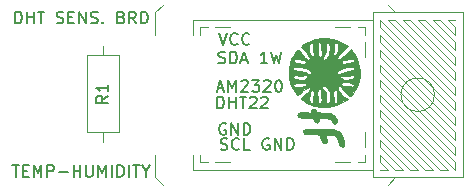
<source format=gbr>
G04 #@! TF.GenerationSoftware,KiCad,Pcbnew,5.1.5+dfsg1-2build2*
G04 #@! TF.CreationDate,2022-10-31T13:26:34+01:00*
G04 #@! TF.ProjectId,DHTBreakout,44485442-7265-4616-9b6f-75742e6b6963,rev?*
G04 #@! TF.SameCoordinates,Original*
G04 #@! TF.FileFunction,Legend,Top*
G04 #@! TF.FilePolarity,Positive*
%FSLAX46Y46*%
G04 Gerber Fmt 4.6, Leading zero omitted, Abs format (unit mm)*
G04 Created by KiCad (PCBNEW 5.1.5+dfsg1-2build2) date 2022-10-31 13:26:34*
%MOMM*%
%LPD*%
G04 APERTURE LIST*
%ADD10C,0.150000*%
%ADD11C,0.010000*%
%ADD12C,0.120000*%
G04 APERTURE END LIST*
D10*
X70564761Y-46124761D02*
X70707619Y-46172380D01*
X70945714Y-46172380D01*
X71040952Y-46124761D01*
X71088571Y-46077142D01*
X71136190Y-45981904D01*
X71136190Y-45886666D01*
X71088571Y-45791428D01*
X71040952Y-45743809D01*
X70945714Y-45696190D01*
X70755238Y-45648571D01*
X70660000Y-45600952D01*
X70612380Y-45553333D01*
X70564761Y-45458095D01*
X70564761Y-45362857D01*
X70612380Y-45267619D01*
X70660000Y-45220000D01*
X70755238Y-45172380D01*
X70993333Y-45172380D01*
X71136190Y-45220000D01*
X72136190Y-46077142D02*
X72088571Y-46124761D01*
X71945714Y-46172380D01*
X71850476Y-46172380D01*
X71707619Y-46124761D01*
X71612380Y-46029523D01*
X71564761Y-45934285D01*
X71517142Y-45743809D01*
X71517142Y-45600952D01*
X71564761Y-45410476D01*
X71612380Y-45315238D01*
X71707619Y-45220000D01*
X71850476Y-45172380D01*
X71945714Y-45172380D01*
X72088571Y-45220000D01*
X72136190Y-45267619D01*
X73040952Y-46172380D02*
X72564761Y-46172380D01*
X72564761Y-45172380D01*
X74660000Y-45220000D02*
X74564761Y-45172380D01*
X74421904Y-45172380D01*
X74279047Y-45220000D01*
X74183809Y-45315238D01*
X74136190Y-45410476D01*
X74088571Y-45600952D01*
X74088571Y-45743809D01*
X74136190Y-45934285D01*
X74183809Y-46029523D01*
X74279047Y-46124761D01*
X74421904Y-46172380D01*
X74517142Y-46172380D01*
X74660000Y-46124761D01*
X74707619Y-46077142D01*
X74707619Y-45743809D01*
X74517142Y-45743809D01*
X75136190Y-46172380D02*
X75136190Y-45172380D01*
X75707619Y-46172380D01*
X75707619Y-45172380D01*
X76183809Y-46172380D02*
X76183809Y-45172380D01*
X76421904Y-45172380D01*
X76564761Y-45220000D01*
X76660000Y-45315238D01*
X76707619Y-45410476D01*
X76755238Y-45600952D01*
X76755238Y-45743809D01*
X76707619Y-45934285D01*
X76660000Y-46029523D01*
X76564761Y-46124761D01*
X76421904Y-46172380D01*
X76183809Y-46172380D01*
X70993095Y-43950000D02*
X70897857Y-43902380D01*
X70755000Y-43902380D01*
X70612142Y-43950000D01*
X70516904Y-44045238D01*
X70469285Y-44140476D01*
X70421666Y-44330952D01*
X70421666Y-44473809D01*
X70469285Y-44664285D01*
X70516904Y-44759523D01*
X70612142Y-44854761D01*
X70755000Y-44902380D01*
X70850238Y-44902380D01*
X70993095Y-44854761D01*
X71040714Y-44807142D01*
X71040714Y-44473809D01*
X70850238Y-44473809D01*
X71469285Y-44902380D02*
X71469285Y-43902380D01*
X72040714Y-44902380D01*
X72040714Y-43902380D01*
X72516904Y-44902380D02*
X72516904Y-43902380D01*
X72755000Y-43902380D01*
X72897857Y-43950000D01*
X72993095Y-44045238D01*
X73040714Y-44140476D01*
X73088333Y-44330952D01*
X73088333Y-44473809D01*
X73040714Y-44664285D01*
X72993095Y-44759523D01*
X72897857Y-44854761D01*
X72755000Y-44902380D01*
X72516904Y-44902380D01*
X70382142Y-38804761D02*
X70525000Y-38852380D01*
X70763095Y-38852380D01*
X70858333Y-38804761D01*
X70905952Y-38757142D01*
X70953571Y-38661904D01*
X70953571Y-38566666D01*
X70905952Y-38471428D01*
X70858333Y-38423809D01*
X70763095Y-38376190D01*
X70572619Y-38328571D01*
X70477380Y-38280952D01*
X70429761Y-38233333D01*
X70382142Y-38138095D01*
X70382142Y-38042857D01*
X70429761Y-37947619D01*
X70477380Y-37900000D01*
X70572619Y-37852380D01*
X70810714Y-37852380D01*
X70953571Y-37900000D01*
X71382142Y-38852380D02*
X71382142Y-37852380D01*
X71620238Y-37852380D01*
X71763095Y-37900000D01*
X71858333Y-37995238D01*
X71905952Y-38090476D01*
X71953571Y-38280952D01*
X71953571Y-38423809D01*
X71905952Y-38614285D01*
X71858333Y-38709523D01*
X71763095Y-38804761D01*
X71620238Y-38852380D01*
X71382142Y-38852380D01*
X72334523Y-38566666D02*
X72810714Y-38566666D01*
X72239285Y-38852380D02*
X72572619Y-37852380D01*
X72905952Y-38852380D01*
X74525000Y-38852380D02*
X73953571Y-38852380D01*
X74239285Y-38852380D02*
X74239285Y-37852380D01*
X74144047Y-37995238D01*
X74048809Y-38090476D01*
X73953571Y-38138095D01*
X74858333Y-37852380D02*
X75096428Y-38852380D01*
X75286904Y-38138095D01*
X75477380Y-38852380D01*
X75715476Y-37852380D01*
X70421666Y-36282380D02*
X70755000Y-37282380D01*
X71088333Y-36282380D01*
X71993095Y-37187142D02*
X71945476Y-37234761D01*
X71802619Y-37282380D01*
X71707380Y-37282380D01*
X71564523Y-37234761D01*
X71469285Y-37139523D01*
X71421666Y-37044285D01*
X71374047Y-36853809D01*
X71374047Y-36710952D01*
X71421666Y-36520476D01*
X71469285Y-36425238D01*
X71564523Y-36330000D01*
X71707380Y-36282380D01*
X71802619Y-36282380D01*
X71945476Y-36330000D01*
X71993095Y-36377619D01*
X72993095Y-37187142D02*
X72945476Y-37234761D01*
X72802619Y-37282380D01*
X72707380Y-37282380D01*
X72564523Y-37234761D01*
X72469285Y-37139523D01*
X72421666Y-37044285D01*
X72374047Y-36853809D01*
X72374047Y-36710952D01*
X72421666Y-36520476D01*
X72469285Y-36425238D01*
X72564523Y-36330000D01*
X72707380Y-36282380D01*
X72802619Y-36282380D01*
X72945476Y-36330000D01*
X72993095Y-36377619D01*
X52916666Y-47452380D02*
X53488095Y-47452380D01*
X53202380Y-48452380D02*
X53202380Y-47452380D01*
X53821428Y-47928571D02*
X54154761Y-47928571D01*
X54297619Y-48452380D02*
X53821428Y-48452380D01*
X53821428Y-47452380D01*
X54297619Y-47452380D01*
X54726190Y-48452380D02*
X54726190Y-47452380D01*
X55059523Y-48166666D01*
X55392857Y-47452380D01*
X55392857Y-48452380D01*
X55869047Y-48452380D02*
X55869047Y-47452380D01*
X56249999Y-47452380D01*
X56345238Y-47500000D01*
X56392857Y-47547619D01*
X56440476Y-47642857D01*
X56440476Y-47785714D01*
X56392857Y-47880952D01*
X56345238Y-47928571D01*
X56249999Y-47976190D01*
X55869047Y-47976190D01*
X56869047Y-48071428D02*
X57630952Y-48071428D01*
X58107142Y-48452380D02*
X58107142Y-47452380D01*
X58107142Y-47928571D02*
X58678571Y-47928571D01*
X58678571Y-48452380D02*
X58678571Y-47452380D01*
X59154761Y-47452380D02*
X59154761Y-48261904D01*
X59202380Y-48357142D01*
X59249999Y-48404761D01*
X59345238Y-48452380D01*
X59535714Y-48452380D01*
X59630952Y-48404761D01*
X59678571Y-48357142D01*
X59726190Y-48261904D01*
X59726190Y-47452380D01*
X60202380Y-48452380D02*
X60202380Y-47452380D01*
X60535714Y-48166666D01*
X60869047Y-47452380D01*
X60869047Y-48452380D01*
X61345238Y-48452380D02*
X61345238Y-47452380D01*
X61821428Y-48452380D02*
X61821428Y-47452380D01*
X62059523Y-47452380D01*
X62202380Y-47500000D01*
X62297619Y-47595238D01*
X62345238Y-47690476D01*
X62392857Y-47880952D01*
X62392857Y-48023809D01*
X62345238Y-48214285D01*
X62297619Y-48309523D01*
X62202380Y-48404761D01*
X62059523Y-48452380D01*
X61821428Y-48452380D01*
X62821428Y-48452380D02*
X62821428Y-47452380D01*
X63154761Y-47452380D02*
X63726190Y-47452380D01*
X63440476Y-48452380D02*
X63440476Y-47452380D01*
X64249999Y-47976190D02*
X64249999Y-48452380D01*
X63916666Y-47452380D02*
X64249999Y-47976190D01*
X64583333Y-47452380D01*
X53154761Y-35452380D02*
X53154761Y-34452380D01*
X53392857Y-34452380D01*
X53535714Y-34500000D01*
X53630952Y-34595238D01*
X53678571Y-34690476D01*
X53726190Y-34880952D01*
X53726190Y-35023809D01*
X53678571Y-35214285D01*
X53630952Y-35309523D01*
X53535714Y-35404761D01*
X53392857Y-35452380D01*
X53154761Y-35452380D01*
X54154761Y-35452380D02*
X54154761Y-34452380D01*
X54154761Y-34928571D02*
X54726190Y-34928571D01*
X54726190Y-35452380D02*
X54726190Y-34452380D01*
X55059523Y-34452380D02*
X55630952Y-34452380D01*
X55345238Y-35452380D02*
X55345238Y-34452380D01*
X56678571Y-35404761D02*
X56821428Y-35452380D01*
X57059523Y-35452380D01*
X57154761Y-35404761D01*
X57202380Y-35357142D01*
X57250000Y-35261904D01*
X57250000Y-35166666D01*
X57202380Y-35071428D01*
X57154761Y-35023809D01*
X57059523Y-34976190D01*
X56869047Y-34928571D01*
X56773809Y-34880952D01*
X56726190Y-34833333D01*
X56678571Y-34738095D01*
X56678571Y-34642857D01*
X56726190Y-34547619D01*
X56773809Y-34500000D01*
X56869047Y-34452380D01*
X57107142Y-34452380D01*
X57250000Y-34500000D01*
X57678571Y-34928571D02*
X58011904Y-34928571D01*
X58154761Y-35452380D02*
X57678571Y-35452380D01*
X57678571Y-34452380D01*
X58154761Y-34452380D01*
X58583333Y-35452380D02*
X58583333Y-34452380D01*
X59154761Y-35452380D01*
X59154761Y-34452380D01*
X59583333Y-35404761D02*
X59726190Y-35452380D01*
X59964285Y-35452380D01*
X60059523Y-35404761D01*
X60107142Y-35357142D01*
X60154761Y-35261904D01*
X60154761Y-35166666D01*
X60107142Y-35071428D01*
X60059523Y-35023809D01*
X59964285Y-34976190D01*
X59773809Y-34928571D01*
X59678571Y-34880952D01*
X59630952Y-34833333D01*
X59583333Y-34738095D01*
X59583333Y-34642857D01*
X59630952Y-34547619D01*
X59678571Y-34500000D01*
X59773809Y-34452380D01*
X60011904Y-34452380D01*
X60154761Y-34500000D01*
X60583333Y-35357142D02*
X60630952Y-35404761D01*
X60583333Y-35452380D01*
X60535714Y-35404761D01*
X60583333Y-35357142D01*
X60583333Y-35452380D01*
X62154761Y-34928571D02*
X62297619Y-34976190D01*
X62345238Y-35023809D01*
X62392857Y-35119047D01*
X62392857Y-35261904D01*
X62345238Y-35357142D01*
X62297619Y-35404761D01*
X62202380Y-35452380D01*
X61821428Y-35452380D01*
X61821428Y-34452380D01*
X62154761Y-34452380D01*
X62250000Y-34500000D01*
X62297619Y-34547619D01*
X62345238Y-34642857D01*
X62345238Y-34738095D01*
X62297619Y-34833333D01*
X62250000Y-34880952D01*
X62154761Y-34928571D01*
X61821428Y-34928571D01*
X63392857Y-35452380D02*
X63059523Y-34976190D01*
X62821428Y-35452380D02*
X62821428Y-34452380D01*
X63202380Y-34452380D01*
X63297619Y-34500000D01*
X63345238Y-34547619D01*
X63392857Y-34642857D01*
X63392857Y-34785714D01*
X63345238Y-34880952D01*
X63297619Y-34928571D01*
X63202380Y-34976190D01*
X62821428Y-34976190D01*
X63821428Y-35452380D02*
X63821428Y-34452380D01*
X64059523Y-34452380D01*
X64202380Y-34500000D01*
X64297619Y-34595238D01*
X64345238Y-34690476D01*
X64392857Y-34880952D01*
X64392857Y-35023809D01*
X64345238Y-35214285D01*
X64297619Y-35309523D01*
X64202380Y-35404761D01*
X64059523Y-35452380D01*
X63821428Y-35452380D01*
D11*
G36*
X81039767Y-45799080D02*
G01*
X80980237Y-45872892D01*
X80870954Y-45900922D01*
X80836491Y-45901945D01*
X80749489Y-45879769D01*
X80672122Y-45804698D01*
X80595976Y-45663919D01*
X80512635Y-45444617D01*
X80488296Y-45371774D01*
X80419061Y-45165106D01*
X80359471Y-45032070D01*
X80286788Y-44955508D01*
X80178273Y-44918261D01*
X80011187Y-44903172D01*
X79859214Y-44897072D01*
X79424101Y-44880244D01*
X79495946Y-45083871D01*
X79557092Y-45318877D01*
X79550549Y-45485366D01*
X79476333Y-45583283D01*
X79347164Y-45612761D01*
X79261335Y-45598510D01*
X79194735Y-45544056D01*
X79134370Y-45431846D01*
X79067244Y-45244327D01*
X79061717Y-45227182D01*
X79007000Y-45071335D01*
X78955685Y-44949269D01*
X78928945Y-44901850D01*
X78867611Y-44873132D01*
X78731884Y-44854047D01*
X78513903Y-44843856D01*
X78288101Y-44841604D01*
X78024697Y-44839167D01*
X77841158Y-44830615D01*
X77721050Y-44814087D01*
X77647935Y-44787723D01*
X77619240Y-44765865D01*
X77550930Y-44644343D01*
X77565509Y-44520179D01*
X77617883Y-44454294D01*
X77687808Y-44436027D01*
X77838290Y-44421671D01*
X78053575Y-44411158D01*
X78317908Y-44404422D01*
X78615534Y-44401393D01*
X78930699Y-44402005D01*
X79247647Y-44406189D01*
X79550623Y-44413877D01*
X79823874Y-44425003D01*
X80051643Y-44439498D01*
X80218176Y-44457294D01*
X80265821Y-44465683D01*
X80479237Y-44538222D01*
X80648698Y-44662559D01*
X80786604Y-44852387D01*
X80905355Y-45121400D01*
X80933708Y-45203248D01*
X81015115Y-45474227D01*
X81050930Y-45669514D01*
X81039767Y-45799080D01*
G37*
X81039767Y-45799080D02*
X80980237Y-45872892D01*
X80870954Y-45900922D01*
X80836491Y-45901945D01*
X80749489Y-45879769D01*
X80672122Y-45804698D01*
X80595976Y-45663919D01*
X80512635Y-45444617D01*
X80488296Y-45371774D01*
X80419061Y-45165106D01*
X80359471Y-45032070D01*
X80286788Y-44955508D01*
X80178273Y-44918261D01*
X80011187Y-44903172D01*
X79859214Y-44897072D01*
X79424101Y-44880244D01*
X79495946Y-45083871D01*
X79557092Y-45318877D01*
X79550549Y-45485366D01*
X79476333Y-45583283D01*
X79347164Y-45612761D01*
X79261335Y-45598510D01*
X79194735Y-45544056D01*
X79134370Y-45431846D01*
X79067244Y-45244327D01*
X79061717Y-45227182D01*
X79007000Y-45071335D01*
X78955685Y-44949269D01*
X78928945Y-44901850D01*
X78867611Y-44873132D01*
X78731884Y-44854047D01*
X78513903Y-44843856D01*
X78288101Y-44841604D01*
X78024697Y-44839167D01*
X77841158Y-44830615D01*
X77721050Y-44814087D01*
X77647935Y-44787723D01*
X77619240Y-44765865D01*
X77550930Y-44644343D01*
X77565509Y-44520179D01*
X77617883Y-44454294D01*
X77687808Y-44436027D01*
X77838290Y-44421671D01*
X78053575Y-44411158D01*
X78317908Y-44404422D01*
X78615534Y-44401393D01*
X78930699Y-44402005D01*
X79247647Y-44406189D01*
X79550623Y-44413877D01*
X79823874Y-44425003D01*
X80051643Y-44439498D01*
X80218176Y-44457294D01*
X80265821Y-44465683D01*
X80479237Y-44538222D01*
X80648698Y-44662559D01*
X80786604Y-44852387D01*
X80905355Y-45121400D01*
X80933708Y-45203248D01*
X81015115Y-45474227D01*
X81050930Y-45669514D01*
X81039767Y-45799080D01*
G36*
X80383574Y-43845618D02*
G01*
X80349680Y-43888344D01*
X80231682Y-43956089D01*
X80112887Y-43930322D01*
X79999999Y-43813634D01*
X79954739Y-43735751D01*
X79891474Y-43630835D01*
X79815722Y-43561144D01*
X79707424Y-43519628D01*
X79546521Y-43499236D01*
X79312955Y-43492920D01*
X79263308Y-43492736D01*
X79075323Y-43493926D01*
X78965680Y-43501769D01*
X78916335Y-43521450D01*
X78909247Y-43558155D01*
X78918222Y-43591927D01*
X78910640Y-43706180D01*
X78839758Y-43812552D01*
X78734059Y-43873708D01*
X78700237Y-43877657D01*
X78604590Y-43841308D01*
X78511524Y-43757489D01*
X78460815Y-43664044D01*
X78459251Y-43648367D01*
X78428156Y-43574520D01*
X78383512Y-43519619D01*
X78328291Y-43484947D01*
X78233922Y-43462200D01*
X78083375Y-43449310D01*
X77859621Y-43444208D01*
X77759680Y-43443881D01*
X77521023Y-43442611D01*
X77359851Y-43436638D01*
X77257266Y-43422712D01*
X77194368Y-43397583D01*
X77152259Y-43358004D01*
X77136557Y-43336762D01*
X77075890Y-43239700D01*
X77071913Y-43172659D01*
X77123280Y-43088689D01*
X77129221Y-43080544D01*
X77168880Y-43039187D01*
X77227663Y-43013357D01*
X77324940Y-43000452D01*
X77480077Y-42997873D01*
X77707589Y-43002875D01*
X78218264Y-43017783D01*
X78218264Y-42899352D01*
X78253003Y-42765554D01*
X78339780Y-42691348D01*
X78452438Y-42679959D01*
X78564817Y-42734614D01*
X78645756Y-42846637D01*
X78711767Y-42996452D01*
X79277353Y-43022511D01*
X79578910Y-43042032D01*
X79803944Y-43073007D01*
X79972202Y-43121928D01*
X80103429Y-43195287D01*
X80217369Y-43299578D01*
X80256827Y-43344600D01*
X80376689Y-43530004D01*
X80419800Y-43702059D01*
X80383574Y-43845618D01*
G37*
X80383574Y-43845618D02*
X80349680Y-43888344D01*
X80231682Y-43956089D01*
X80112887Y-43930322D01*
X79999999Y-43813634D01*
X79954739Y-43735751D01*
X79891474Y-43630835D01*
X79815722Y-43561144D01*
X79707424Y-43519628D01*
X79546521Y-43499236D01*
X79312955Y-43492920D01*
X79263308Y-43492736D01*
X79075323Y-43493926D01*
X78965680Y-43501769D01*
X78916335Y-43521450D01*
X78909247Y-43558155D01*
X78918222Y-43591927D01*
X78910640Y-43706180D01*
X78839758Y-43812552D01*
X78734059Y-43873708D01*
X78700237Y-43877657D01*
X78604590Y-43841308D01*
X78511524Y-43757489D01*
X78460815Y-43664044D01*
X78459251Y-43648367D01*
X78428156Y-43574520D01*
X78383512Y-43519619D01*
X78328291Y-43484947D01*
X78233922Y-43462200D01*
X78083375Y-43449310D01*
X77859621Y-43444208D01*
X77759680Y-43443881D01*
X77521023Y-43442611D01*
X77359851Y-43436638D01*
X77257266Y-43422712D01*
X77194368Y-43397583D01*
X77152259Y-43358004D01*
X77136557Y-43336762D01*
X77075890Y-43239700D01*
X77071913Y-43172659D01*
X77123280Y-43088689D01*
X77129221Y-43080544D01*
X77168880Y-43039187D01*
X77227663Y-43013357D01*
X77324940Y-43000452D01*
X77480077Y-42997873D01*
X77707589Y-43002875D01*
X78218264Y-43017783D01*
X78218264Y-42899352D01*
X78253003Y-42765554D01*
X78339780Y-42691348D01*
X78452438Y-42679959D01*
X78564817Y-42734614D01*
X78645756Y-42846637D01*
X78711767Y-42996452D01*
X79277353Y-43022511D01*
X79578910Y-43042032D01*
X79803944Y-43073007D01*
X79972202Y-43121928D01*
X80103429Y-43195287D01*
X80217369Y-43299578D01*
X80256827Y-43344600D01*
X80376689Y-43530004D01*
X80419800Y-43702059D01*
X80383574Y-43845618D01*
G36*
X82297450Y-40255674D02*
G01*
X82184200Y-40616477D01*
X82051744Y-40913520D01*
X81932172Y-41134991D01*
X81806197Y-41331986D01*
X81686282Y-41487943D01*
X81584890Y-41586299D01*
X81525894Y-41612382D01*
X81448965Y-41578411D01*
X81330297Y-41489138D01*
X81189615Y-41363519D01*
X81046643Y-41220509D01*
X80921103Y-41079065D01*
X80832720Y-40958144D01*
X80818131Y-40932150D01*
X80722822Y-40798464D01*
X80622243Y-40745028D01*
X80530584Y-40776126D01*
X80488197Y-40832520D01*
X80477789Y-40948131D01*
X80537194Y-41103876D01*
X80656366Y-41285898D01*
X80825261Y-41480340D01*
X81033835Y-41673347D01*
X81180485Y-41787530D01*
X81322249Y-41890382D01*
X81040622Y-42070536D01*
X80565414Y-42320329D01*
X80062032Y-42484633D01*
X79543164Y-42562644D01*
X79021501Y-42553559D01*
X78509731Y-42456574D01*
X78020544Y-42270886D01*
X78004036Y-42262795D01*
X77812256Y-42160693D01*
X77632132Y-42052355D01*
X77500035Y-41959782D01*
X77491462Y-41952738D01*
X77326613Y-41814496D01*
X77447106Y-41684830D01*
X77543713Y-41590900D01*
X77687121Y-41463043D01*
X77848391Y-41326961D01*
X77868833Y-41310271D01*
X78045900Y-41153245D01*
X78142668Y-41031600D01*
X78164076Y-40935702D01*
X78115065Y-40855917D01*
X78105889Y-40847961D01*
X78021591Y-40838824D01*
X77882150Y-40898354D01*
X77695049Y-41021942D01*
X77467776Y-41204977D01*
X77336745Y-41321621D01*
X77196154Y-41448067D01*
X77107377Y-41516839D01*
X77052222Y-41536528D01*
X77012497Y-41515726D01*
X76987765Y-41486428D01*
X76687005Y-41019971D01*
X76477662Y-40538248D01*
X76410890Y-40331274D01*
X76369582Y-40153139D01*
X76348045Y-39966466D01*
X76340581Y-39733874D01*
X76340239Y-39636290D01*
X76345012Y-39373605D01*
X76362663Y-39168809D01*
X76398878Y-38983665D01*
X76459342Y-38779937D01*
X76474177Y-38735567D01*
X76549054Y-38545590D01*
X76647423Y-38339264D01*
X76758147Y-38135250D01*
X76870093Y-37952211D01*
X76878783Y-37939998D01*
X76878783Y-38450823D01*
X76776260Y-38479421D01*
X76733798Y-38548240D01*
X76733394Y-38613017D01*
X76746891Y-38673404D01*
X76782769Y-38716203D01*
X76859756Y-38750051D01*
X76982692Y-38780179D01*
X76982692Y-39125884D01*
X76825102Y-39146411D01*
X76732780Y-39190911D01*
X76725932Y-39199917D01*
X76695312Y-39297885D01*
X76744954Y-39370693D01*
X76879531Y-39421172D01*
X77103715Y-39452153D01*
X77147755Y-39455458D01*
X77400951Y-39488603D01*
X77632377Y-39547602D01*
X77754168Y-39597816D01*
X77754168Y-39785913D01*
X77660344Y-39833945D01*
X77648087Y-39841129D01*
X77497440Y-39905361D01*
X77328783Y-39921215D01*
X77113305Y-39890019D01*
X77027485Y-39869745D01*
X76887977Y-39839882D01*
X76808288Y-39843113D01*
X76756583Y-39882676D01*
X76744367Y-39898529D01*
X76702294Y-39999307D01*
X76743184Y-40082336D01*
X76872339Y-40154209D01*
X76978892Y-40190181D01*
X77290137Y-40253781D01*
X77547100Y-40244835D01*
X77633582Y-40209655D01*
X77633582Y-40490897D01*
X77531444Y-40499294D01*
X77365971Y-40511280D01*
X77170038Y-40524491D01*
X77136923Y-40526633D01*
X76941230Y-40546001D01*
X76795378Y-40573788D01*
X76721406Y-40605641D01*
X76718559Y-40609278D01*
X76707641Y-40704306D01*
X76772215Y-40795678D01*
X76893565Y-40859331D01*
X76917887Y-40865532D01*
X77052867Y-40875412D01*
X77232255Y-40863350D01*
X77426265Y-40834556D01*
X77605110Y-40794241D01*
X77739004Y-40747614D01*
X77791083Y-40712785D01*
X77822244Y-40618303D01*
X77778606Y-40535063D01*
X77680244Y-40491350D01*
X77633582Y-40490897D01*
X77633582Y-40209655D01*
X77745796Y-40164006D01*
X77863504Y-40042960D01*
X77904117Y-39952309D01*
X77874702Y-39870668D01*
X77860238Y-39850171D01*
X77808064Y-39790779D01*
X77754168Y-39785913D01*
X77754168Y-39597816D01*
X77818932Y-39624518D01*
X77937513Y-39711416D01*
X77952753Y-39731996D01*
X78019553Y-39769848D01*
X78100615Y-39780882D01*
X78191130Y-39759605D01*
X78218040Y-39678059D01*
X78218264Y-39663832D01*
X78191644Y-39547039D01*
X78103580Y-39441276D01*
X77941766Y-39334993D01*
X77785270Y-39257421D01*
X77606839Y-39195098D01*
X77397584Y-39151532D01*
X77181528Y-39128026D01*
X76982692Y-39125884D01*
X76982692Y-38780179D01*
X76996579Y-38783583D01*
X77181701Y-38819754D01*
X77414179Y-38860619D01*
X77570406Y-38878433D01*
X77668000Y-38872073D01*
X77724576Y-38840412D01*
X77757494Y-38783001D01*
X77764906Y-38703589D01*
X77711848Y-38638366D01*
X77587493Y-38580741D01*
X77381016Y-38524125D01*
X77303861Y-38506874D01*
X77051329Y-38460592D01*
X76878783Y-38450823D01*
X76878783Y-37939998D01*
X76972123Y-37808810D01*
X77053104Y-37723709D01*
X77087055Y-37708397D01*
X77147188Y-37742668D01*
X77250890Y-37833496D01*
X77380601Y-37962902D01*
X77518765Y-38112908D01*
X77647823Y-38265535D01*
X77710728Y-38347012D01*
X77836597Y-38480125D01*
X77951328Y-38527727D01*
X77953742Y-38527752D01*
X78060266Y-38498831D01*
X78093442Y-38415728D01*
X78055629Y-38283936D01*
X77949186Y-38108943D01*
X77776470Y-37896241D01*
X77604816Y-37715228D01*
X77345093Y-37455505D01*
X77455913Y-37337543D01*
X77572825Y-37244717D01*
X77756530Y-37134413D01*
X77982084Y-37018750D01*
X78224541Y-36909850D01*
X78386955Y-36847482D01*
X78386955Y-37105930D01*
X78242363Y-37105930D01*
X78147741Y-37115830D01*
X78098694Y-37163677D01*
X78070436Y-37276691D01*
X78066815Y-37298719D01*
X78051029Y-37462586D01*
X78052768Y-37612566D01*
X78054765Y-37630076D01*
X78069501Y-37790070D01*
X78073672Y-37907211D01*
X78104517Y-38051169D01*
X78182501Y-38157060D01*
X78251070Y-38188292D01*
X78251070Y-41128035D01*
X78217538Y-41142457D01*
X78202351Y-41190778D01*
X78165075Y-41297785D01*
X78147358Y-41347296D01*
X78101755Y-41525830D01*
X78078526Y-41727209D01*
X78077581Y-41923246D01*
X78098833Y-42085751D01*
X78142193Y-42186535D01*
X78150008Y-42194103D01*
X78247659Y-42231681D01*
X78327934Y-42188920D01*
X78372199Y-42081865D01*
X78374401Y-42000885D01*
X78378793Y-41873424D01*
X78402835Y-41695003D01*
X78434920Y-41533558D01*
X78468234Y-41367399D01*
X78484599Y-41237904D01*
X78480777Y-41174443D01*
X78428139Y-41148165D01*
X78336366Y-41130849D01*
X78251070Y-41128035D01*
X78251070Y-38188292D01*
X78285793Y-38204109D01*
X78368192Y-38187515D01*
X78436916Y-38128346D01*
X78437793Y-38038392D01*
X78428807Y-38005670D01*
X78409924Y-37896086D01*
X78395658Y-37724263D01*
X78388689Y-37524335D01*
X78388428Y-37491509D01*
X78386955Y-37105930D01*
X78386955Y-36847482D01*
X78458957Y-36819832D01*
X78626018Y-36769028D01*
X78793515Y-36740825D01*
X78793515Y-37075128D01*
X78807123Y-37639651D01*
X78815212Y-37888698D01*
X78827070Y-38058371D01*
X78845373Y-38165686D01*
X78872796Y-38227657D01*
X78904172Y-38256702D01*
X78968508Y-38274812D01*
X78968508Y-41041678D01*
X78870493Y-41047314D01*
X78803381Y-41113701D01*
X78765424Y-41248440D01*
X78754873Y-41459135D01*
X78769979Y-41753389D01*
X78779605Y-41862843D01*
X78813858Y-42078271D01*
X78867183Y-42199432D01*
X78939856Y-42226603D01*
X79032151Y-42160063D01*
X79051673Y-42137165D01*
X79101851Y-42054397D01*
X79119143Y-41951842D01*
X79108270Y-41795468D01*
X79103908Y-41760687D01*
X79082608Y-41560513D01*
X79068275Y-41357942D01*
X79065334Y-41275857D01*
X79054450Y-41135349D01*
X79020940Y-41065004D01*
X78968508Y-41041678D01*
X78968508Y-38274812D01*
X78989634Y-38280760D01*
X79067047Y-38229796D01*
X79101749Y-38183285D01*
X79121370Y-38116158D01*
X79127098Y-38009102D01*
X79120123Y-37842802D01*
X79104099Y-37628146D01*
X79061717Y-37105930D01*
X78793515Y-37075128D01*
X78793515Y-36740825D01*
X78919430Y-36719623D01*
X79264620Y-36700191D01*
X79603860Y-36710140D01*
X79603860Y-37090539D01*
X79548636Y-37105411D01*
X79516042Y-37144569D01*
X79499961Y-37229044D01*
X79494273Y-37379868D01*
X79493502Y-37469891D01*
X79487015Y-37675243D01*
X79463626Y-37824922D01*
X79413392Y-37959398D01*
X79339572Y-38096457D01*
X79244434Y-38268274D01*
X79197567Y-38380157D01*
X79194529Y-38452875D01*
X79230877Y-38507198D01*
X79248398Y-38522682D01*
X79272114Y-38530902D01*
X79272114Y-40712205D01*
X79210908Y-40741013D01*
X79143552Y-40827138D01*
X79157650Y-40919268D01*
X79256028Y-41034794D01*
X79259086Y-41037661D01*
X79399837Y-41193573D01*
X79480121Y-41355423D01*
X79509377Y-41552411D01*
X79499963Y-41782934D01*
X79491351Y-42012661D01*
X79516821Y-42156941D01*
X79578761Y-42221362D01*
X79679559Y-42211510D01*
X79682590Y-42210364D01*
X79754173Y-42147793D01*
X79801456Y-42018345D01*
X79826802Y-41812111D01*
X79832875Y-41580385D01*
X79828032Y-41386878D01*
X79806991Y-41252578D01*
X79759980Y-41140513D01*
X79686643Y-41027043D01*
X79533889Y-40842442D01*
X79393048Y-40735894D01*
X79272114Y-40712205D01*
X79272114Y-38530902D01*
X79345924Y-38556487D01*
X79452623Y-38499947D01*
X79572519Y-38350868D01*
X79577361Y-38343394D01*
X79702866Y-38128029D01*
X79774479Y-37942097D01*
X79804941Y-37745378D01*
X79808776Y-37612872D01*
X79794865Y-37354757D01*
X79752137Y-37185284D01*
X79679102Y-37100658D01*
X79603860Y-37090539D01*
X79603860Y-36710140D01*
X79621773Y-36710666D01*
X79951071Y-36750984D01*
X80049032Y-36771342D01*
X80296122Y-36845546D01*
X80316041Y-36853381D01*
X80316041Y-37081831D01*
X80241369Y-37088774D01*
X80200944Y-37124002D01*
X80186000Y-37209114D01*
X80187769Y-37365710D01*
X80188872Y-37395114D01*
X80178182Y-37566841D01*
X80142363Y-37756548D01*
X80128748Y-37804791D01*
X80092216Y-37983293D01*
X80118177Y-38092775D01*
X80208891Y-38139471D01*
X80238180Y-38141354D01*
X80238180Y-41092604D01*
X80168234Y-41132086D01*
X80127975Y-41180112D01*
X80106365Y-41255003D01*
X80100795Y-41378597D01*
X80108655Y-41572734D01*
X80110951Y-41611265D01*
X80126226Y-41809474D01*
X80144859Y-41976843D01*
X80163520Y-42085146D01*
X80168937Y-42102678D01*
X80242337Y-42192402D01*
X80341250Y-42217420D01*
X80416062Y-42180471D01*
X80445842Y-42098104D01*
X80458598Y-41949086D01*
X80456425Y-41759648D01*
X80441415Y-41556016D01*
X80415664Y-41364421D01*
X80381265Y-41211091D01*
X80340311Y-41122254D01*
X80330938Y-41114161D01*
X80238180Y-41092604D01*
X80238180Y-38141354D01*
X80250913Y-38142173D01*
X80338614Y-38096040D01*
X80416142Y-37965683D01*
X80477922Y-37763161D01*
X80508940Y-37583943D01*
X80517276Y-37353081D01*
X80476369Y-37188157D01*
X80389361Y-37097345D01*
X80316041Y-37081831D01*
X80316041Y-36853381D01*
X80569236Y-36952979D01*
X80835917Y-37078733D01*
X81063709Y-37207897D01*
X81181862Y-37291719D01*
X81325916Y-37409217D01*
X80880629Y-37854504D01*
X80666721Y-38076121D01*
X80525030Y-38242955D01*
X80452785Y-38360796D01*
X80447218Y-38435433D01*
X80505558Y-38472657D01*
X80581648Y-38479554D01*
X80656659Y-38467890D01*
X80740780Y-38425619D01*
X80848441Y-38341826D01*
X80994074Y-38205592D01*
X81147967Y-38051157D01*
X81567979Y-37622760D01*
X81722027Y-37823558D01*
X81752613Y-37870051D01*
X81752613Y-38461459D01*
X81637416Y-38461608D01*
X81453420Y-38486345D01*
X81345820Y-38505301D01*
X81153750Y-38541753D01*
X80995160Y-38573817D01*
X80896345Y-38596108D01*
X80881167Y-38600459D01*
X80834562Y-38658850D01*
X80822894Y-38757369D01*
X80846369Y-38846889D01*
X80880009Y-38876796D01*
X80963314Y-38880181D01*
X81111178Y-38865951D01*
X81295143Y-38839068D01*
X81486752Y-38804495D01*
X81489450Y-38803906D01*
X81489450Y-39123483D01*
X81263622Y-39159029D01*
X81014716Y-39224085D01*
X80773060Y-39309533D01*
X80568984Y-39406255D01*
X80445963Y-39492148D01*
X80375627Y-39598011D01*
X80384464Y-39693597D01*
X80452084Y-39747292D01*
X80521273Y-39740709D01*
X80653608Y-39703561D01*
X80823649Y-39643286D01*
X80870084Y-39625069D01*
X81095107Y-39548134D01*
X81333553Y-39487209D01*
X81530648Y-39455640D01*
X81706070Y-39434680D01*
X81738766Y-39424600D01*
X81738766Y-39854399D01*
X81555209Y-39861962D01*
X81475277Y-39876511D01*
X81267469Y-39903460D01*
X81058105Y-39905512D01*
X80985580Y-39898252D01*
X80829140Y-39885014D01*
X80743653Y-39906378D01*
X80722560Y-39928655D01*
X80708223Y-40028558D01*
X80777018Y-40123705D01*
X80916216Y-40199213D01*
X80967620Y-40215226D01*
X81107125Y-40234752D01*
X81107125Y-40419845D01*
X80917794Y-40436274D01*
X80809720Y-40494440D01*
X80779659Y-40595255D01*
X80781481Y-40612753D01*
X80797989Y-40667554D01*
X80842031Y-40703699D01*
X80933756Y-40728499D01*
X81093314Y-40749267D01*
X81182401Y-40758255D01*
X81380595Y-40777489D01*
X81553863Y-40794210D01*
X81669688Y-40805280D01*
X81682159Y-40806452D01*
X81796041Y-40781733D01*
X81850033Y-40733684D01*
X81872145Y-40638297D01*
X81803749Y-40559124D01*
X81643197Y-40495149D01*
X81388840Y-40445356D01*
X81380955Y-40444241D01*
X81107125Y-40419845D01*
X81107125Y-40234752D01*
X81139814Y-40239328D01*
X81335092Y-40232933D01*
X81530130Y-40201485D01*
X81701604Y-40150427D01*
X81826189Y-40085203D01*
X81880563Y-40011258D01*
X81881262Y-40001976D01*
X81846242Y-39900697D01*
X81738766Y-39854399D01*
X81738766Y-39424600D01*
X81806587Y-39403689D01*
X81853657Y-39355180D01*
X81859091Y-39341034D01*
X81868515Y-39236754D01*
X81807386Y-39169918D01*
X81663079Y-39126796D01*
X81661869Y-39126568D01*
X81489450Y-39123483D01*
X81489450Y-38803906D01*
X81657550Y-38767196D01*
X81779080Y-38732133D01*
X81817749Y-38713251D01*
X81877513Y-38615712D01*
X81844792Y-38514118D01*
X81815745Y-38485180D01*
X81752613Y-38461459D01*
X81752613Y-37870051D01*
X82007500Y-38257499D01*
X82203635Y-38704932D01*
X82317360Y-39184297D01*
X82348734Y-39491698D01*
X82349784Y-39892765D01*
X82297450Y-40255674D01*
G37*
X82297450Y-40255674D02*
X82184200Y-40616477D01*
X82051744Y-40913520D01*
X81932172Y-41134991D01*
X81806197Y-41331986D01*
X81686282Y-41487943D01*
X81584890Y-41586299D01*
X81525894Y-41612382D01*
X81448965Y-41578411D01*
X81330297Y-41489138D01*
X81189615Y-41363519D01*
X81046643Y-41220509D01*
X80921103Y-41079065D01*
X80832720Y-40958144D01*
X80818131Y-40932150D01*
X80722822Y-40798464D01*
X80622243Y-40745028D01*
X80530584Y-40776126D01*
X80488197Y-40832520D01*
X80477789Y-40948131D01*
X80537194Y-41103876D01*
X80656366Y-41285898D01*
X80825261Y-41480340D01*
X81033835Y-41673347D01*
X81180485Y-41787530D01*
X81322249Y-41890382D01*
X81040622Y-42070536D01*
X80565414Y-42320329D01*
X80062032Y-42484633D01*
X79543164Y-42562644D01*
X79021501Y-42553559D01*
X78509731Y-42456574D01*
X78020544Y-42270886D01*
X78004036Y-42262795D01*
X77812256Y-42160693D01*
X77632132Y-42052355D01*
X77500035Y-41959782D01*
X77491462Y-41952738D01*
X77326613Y-41814496D01*
X77447106Y-41684830D01*
X77543713Y-41590900D01*
X77687121Y-41463043D01*
X77848391Y-41326961D01*
X77868833Y-41310271D01*
X78045900Y-41153245D01*
X78142668Y-41031600D01*
X78164076Y-40935702D01*
X78115065Y-40855917D01*
X78105889Y-40847961D01*
X78021591Y-40838824D01*
X77882150Y-40898354D01*
X77695049Y-41021942D01*
X77467776Y-41204977D01*
X77336745Y-41321621D01*
X77196154Y-41448067D01*
X77107377Y-41516839D01*
X77052222Y-41536528D01*
X77012497Y-41515726D01*
X76987765Y-41486428D01*
X76687005Y-41019971D01*
X76477662Y-40538248D01*
X76410890Y-40331274D01*
X76369582Y-40153139D01*
X76348045Y-39966466D01*
X76340581Y-39733874D01*
X76340239Y-39636290D01*
X76345012Y-39373605D01*
X76362663Y-39168809D01*
X76398878Y-38983665D01*
X76459342Y-38779937D01*
X76474177Y-38735567D01*
X76549054Y-38545590D01*
X76647423Y-38339264D01*
X76758147Y-38135250D01*
X76870093Y-37952211D01*
X76878783Y-37939998D01*
X76878783Y-38450823D01*
X76776260Y-38479421D01*
X76733798Y-38548240D01*
X76733394Y-38613017D01*
X76746891Y-38673404D01*
X76782769Y-38716203D01*
X76859756Y-38750051D01*
X76982692Y-38780179D01*
X76982692Y-39125884D01*
X76825102Y-39146411D01*
X76732780Y-39190911D01*
X76725932Y-39199917D01*
X76695312Y-39297885D01*
X76744954Y-39370693D01*
X76879531Y-39421172D01*
X77103715Y-39452153D01*
X77147755Y-39455458D01*
X77400951Y-39488603D01*
X77632377Y-39547602D01*
X77754168Y-39597816D01*
X77754168Y-39785913D01*
X77660344Y-39833945D01*
X77648087Y-39841129D01*
X77497440Y-39905361D01*
X77328783Y-39921215D01*
X77113305Y-39890019D01*
X77027485Y-39869745D01*
X76887977Y-39839882D01*
X76808288Y-39843113D01*
X76756583Y-39882676D01*
X76744367Y-39898529D01*
X76702294Y-39999307D01*
X76743184Y-40082336D01*
X76872339Y-40154209D01*
X76978892Y-40190181D01*
X77290137Y-40253781D01*
X77547100Y-40244835D01*
X77633582Y-40209655D01*
X77633582Y-40490897D01*
X77531444Y-40499294D01*
X77365971Y-40511280D01*
X77170038Y-40524491D01*
X77136923Y-40526633D01*
X76941230Y-40546001D01*
X76795378Y-40573788D01*
X76721406Y-40605641D01*
X76718559Y-40609278D01*
X76707641Y-40704306D01*
X76772215Y-40795678D01*
X76893565Y-40859331D01*
X76917887Y-40865532D01*
X77052867Y-40875412D01*
X77232255Y-40863350D01*
X77426265Y-40834556D01*
X77605110Y-40794241D01*
X77739004Y-40747614D01*
X77791083Y-40712785D01*
X77822244Y-40618303D01*
X77778606Y-40535063D01*
X77680244Y-40491350D01*
X77633582Y-40490897D01*
X77633582Y-40209655D01*
X77745796Y-40164006D01*
X77863504Y-40042960D01*
X77904117Y-39952309D01*
X77874702Y-39870668D01*
X77860238Y-39850171D01*
X77808064Y-39790779D01*
X77754168Y-39785913D01*
X77754168Y-39597816D01*
X77818932Y-39624518D01*
X77937513Y-39711416D01*
X77952753Y-39731996D01*
X78019553Y-39769848D01*
X78100615Y-39780882D01*
X78191130Y-39759605D01*
X78218040Y-39678059D01*
X78218264Y-39663832D01*
X78191644Y-39547039D01*
X78103580Y-39441276D01*
X77941766Y-39334993D01*
X77785270Y-39257421D01*
X77606839Y-39195098D01*
X77397584Y-39151532D01*
X77181528Y-39128026D01*
X76982692Y-39125884D01*
X76982692Y-38780179D01*
X76996579Y-38783583D01*
X77181701Y-38819754D01*
X77414179Y-38860619D01*
X77570406Y-38878433D01*
X77668000Y-38872073D01*
X77724576Y-38840412D01*
X77757494Y-38783001D01*
X77764906Y-38703589D01*
X77711848Y-38638366D01*
X77587493Y-38580741D01*
X77381016Y-38524125D01*
X77303861Y-38506874D01*
X77051329Y-38460592D01*
X76878783Y-38450823D01*
X76878783Y-37939998D01*
X76972123Y-37808810D01*
X77053104Y-37723709D01*
X77087055Y-37708397D01*
X77147188Y-37742668D01*
X77250890Y-37833496D01*
X77380601Y-37962902D01*
X77518765Y-38112908D01*
X77647823Y-38265535D01*
X77710728Y-38347012D01*
X77836597Y-38480125D01*
X77951328Y-38527727D01*
X77953742Y-38527752D01*
X78060266Y-38498831D01*
X78093442Y-38415728D01*
X78055629Y-38283936D01*
X77949186Y-38108943D01*
X77776470Y-37896241D01*
X77604816Y-37715228D01*
X77345093Y-37455505D01*
X77455913Y-37337543D01*
X77572825Y-37244717D01*
X77756530Y-37134413D01*
X77982084Y-37018750D01*
X78224541Y-36909850D01*
X78386955Y-36847482D01*
X78386955Y-37105930D01*
X78242363Y-37105930D01*
X78147741Y-37115830D01*
X78098694Y-37163677D01*
X78070436Y-37276691D01*
X78066815Y-37298719D01*
X78051029Y-37462586D01*
X78052768Y-37612566D01*
X78054765Y-37630076D01*
X78069501Y-37790070D01*
X78073672Y-37907211D01*
X78104517Y-38051169D01*
X78182501Y-38157060D01*
X78251070Y-38188292D01*
X78251070Y-41128035D01*
X78217538Y-41142457D01*
X78202351Y-41190778D01*
X78165075Y-41297785D01*
X78147358Y-41347296D01*
X78101755Y-41525830D01*
X78078526Y-41727209D01*
X78077581Y-41923246D01*
X78098833Y-42085751D01*
X78142193Y-42186535D01*
X78150008Y-42194103D01*
X78247659Y-42231681D01*
X78327934Y-42188920D01*
X78372199Y-42081865D01*
X78374401Y-42000885D01*
X78378793Y-41873424D01*
X78402835Y-41695003D01*
X78434920Y-41533558D01*
X78468234Y-41367399D01*
X78484599Y-41237904D01*
X78480777Y-41174443D01*
X78428139Y-41148165D01*
X78336366Y-41130849D01*
X78251070Y-41128035D01*
X78251070Y-38188292D01*
X78285793Y-38204109D01*
X78368192Y-38187515D01*
X78436916Y-38128346D01*
X78437793Y-38038392D01*
X78428807Y-38005670D01*
X78409924Y-37896086D01*
X78395658Y-37724263D01*
X78388689Y-37524335D01*
X78388428Y-37491509D01*
X78386955Y-37105930D01*
X78386955Y-36847482D01*
X78458957Y-36819832D01*
X78626018Y-36769028D01*
X78793515Y-36740825D01*
X78793515Y-37075128D01*
X78807123Y-37639651D01*
X78815212Y-37888698D01*
X78827070Y-38058371D01*
X78845373Y-38165686D01*
X78872796Y-38227657D01*
X78904172Y-38256702D01*
X78968508Y-38274812D01*
X78968508Y-41041678D01*
X78870493Y-41047314D01*
X78803381Y-41113701D01*
X78765424Y-41248440D01*
X78754873Y-41459135D01*
X78769979Y-41753389D01*
X78779605Y-41862843D01*
X78813858Y-42078271D01*
X78867183Y-42199432D01*
X78939856Y-42226603D01*
X79032151Y-42160063D01*
X79051673Y-42137165D01*
X79101851Y-42054397D01*
X79119143Y-41951842D01*
X79108270Y-41795468D01*
X79103908Y-41760687D01*
X79082608Y-41560513D01*
X79068275Y-41357942D01*
X79065334Y-41275857D01*
X79054450Y-41135349D01*
X79020940Y-41065004D01*
X78968508Y-41041678D01*
X78968508Y-38274812D01*
X78989634Y-38280760D01*
X79067047Y-38229796D01*
X79101749Y-38183285D01*
X79121370Y-38116158D01*
X79127098Y-38009102D01*
X79120123Y-37842802D01*
X79104099Y-37628146D01*
X79061717Y-37105930D01*
X78793515Y-37075128D01*
X78793515Y-36740825D01*
X78919430Y-36719623D01*
X79264620Y-36700191D01*
X79603860Y-36710140D01*
X79603860Y-37090539D01*
X79548636Y-37105411D01*
X79516042Y-37144569D01*
X79499961Y-37229044D01*
X79494273Y-37379868D01*
X79493502Y-37469891D01*
X79487015Y-37675243D01*
X79463626Y-37824922D01*
X79413392Y-37959398D01*
X79339572Y-38096457D01*
X79244434Y-38268274D01*
X79197567Y-38380157D01*
X79194529Y-38452875D01*
X79230877Y-38507198D01*
X79248398Y-38522682D01*
X79272114Y-38530902D01*
X79272114Y-40712205D01*
X79210908Y-40741013D01*
X79143552Y-40827138D01*
X79157650Y-40919268D01*
X79256028Y-41034794D01*
X79259086Y-41037661D01*
X79399837Y-41193573D01*
X79480121Y-41355423D01*
X79509377Y-41552411D01*
X79499963Y-41782934D01*
X79491351Y-42012661D01*
X79516821Y-42156941D01*
X79578761Y-42221362D01*
X79679559Y-42211510D01*
X79682590Y-42210364D01*
X79754173Y-42147793D01*
X79801456Y-42018345D01*
X79826802Y-41812111D01*
X79832875Y-41580385D01*
X79828032Y-41386878D01*
X79806991Y-41252578D01*
X79759980Y-41140513D01*
X79686643Y-41027043D01*
X79533889Y-40842442D01*
X79393048Y-40735894D01*
X79272114Y-40712205D01*
X79272114Y-38530902D01*
X79345924Y-38556487D01*
X79452623Y-38499947D01*
X79572519Y-38350868D01*
X79577361Y-38343394D01*
X79702866Y-38128029D01*
X79774479Y-37942097D01*
X79804941Y-37745378D01*
X79808776Y-37612872D01*
X79794865Y-37354757D01*
X79752137Y-37185284D01*
X79679102Y-37100658D01*
X79603860Y-37090539D01*
X79603860Y-36710140D01*
X79621773Y-36710666D01*
X79951071Y-36750984D01*
X80049032Y-36771342D01*
X80296122Y-36845546D01*
X80316041Y-36853381D01*
X80316041Y-37081831D01*
X80241369Y-37088774D01*
X80200944Y-37124002D01*
X80186000Y-37209114D01*
X80187769Y-37365710D01*
X80188872Y-37395114D01*
X80178182Y-37566841D01*
X80142363Y-37756548D01*
X80128748Y-37804791D01*
X80092216Y-37983293D01*
X80118177Y-38092775D01*
X80208891Y-38139471D01*
X80238180Y-38141354D01*
X80238180Y-41092604D01*
X80168234Y-41132086D01*
X80127975Y-41180112D01*
X80106365Y-41255003D01*
X80100795Y-41378597D01*
X80108655Y-41572734D01*
X80110951Y-41611265D01*
X80126226Y-41809474D01*
X80144859Y-41976843D01*
X80163520Y-42085146D01*
X80168937Y-42102678D01*
X80242337Y-42192402D01*
X80341250Y-42217420D01*
X80416062Y-42180471D01*
X80445842Y-42098104D01*
X80458598Y-41949086D01*
X80456425Y-41759648D01*
X80441415Y-41556016D01*
X80415664Y-41364421D01*
X80381265Y-41211091D01*
X80340311Y-41122254D01*
X80330938Y-41114161D01*
X80238180Y-41092604D01*
X80238180Y-38141354D01*
X80250913Y-38142173D01*
X80338614Y-38096040D01*
X80416142Y-37965683D01*
X80477922Y-37763161D01*
X80508940Y-37583943D01*
X80517276Y-37353081D01*
X80476369Y-37188157D01*
X80389361Y-37097345D01*
X80316041Y-37081831D01*
X80316041Y-36853381D01*
X80569236Y-36952979D01*
X80835917Y-37078733D01*
X81063709Y-37207897D01*
X81181862Y-37291719D01*
X81325916Y-37409217D01*
X80880629Y-37854504D01*
X80666721Y-38076121D01*
X80525030Y-38242955D01*
X80452785Y-38360796D01*
X80447218Y-38435433D01*
X80505558Y-38472657D01*
X80581648Y-38479554D01*
X80656659Y-38467890D01*
X80740780Y-38425619D01*
X80848441Y-38341826D01*
X80994074Y-38205592D01*
X81147967Y-38051157D01*
X81567979Y-37622760D01*
X81722027Y-37823558D01*
X81752613Y-37870051D01*
X81752613Y-38461459D01*
X81637416Y-38461608D01*
X81453420Y-38486345D01*
X81345820Y-38505301D01*
X81153750Y-38541753D01*
X80995160Y-38573817D01*
X80896345Y-38596108D01*
X80881167Y-38600459D01*
X80834562Y-38658850D01*
X80822894Y-38757369D01*
X80846369Y-38846889D01*
X80880009Y-38876796D01*
X80963314Y-38880181D01*
X81111178Y-38865951D01*
X81295143Y-38839068D01*
X81486752Y-38804495D01*
X81489450Y-38803906D01*
X81489450Y-39123483D01*
X81263622Y-39159029D01*
X81014716Y-39224085D01*
X80773060Y-39309533D01*
X80568984Y-39406255D01*
X80445963Y-39492148D01*
X80375627Y-39598011D01*
X80384464Y-39693597D01*
X80452084Y-39747292D01*
X80521273Y-39740709D01*
X80653608Y-39703561D01*
X80823649Y-39643286D01*
X80870084Y-39625069D01*
X81095107Y-39548134D01*
X81333553Y-39487209D01*
X81530648Y-39455640D01*
X81706070Y-39434680D01*
X81738766Y-39424600D01*
X81738766Y-39854399D01*
X81555209Y-39861962D01*
X81475277Y-39876511D01*
X81267469Y-39903460D01*
X81058105Y-39905512D01*
X80985580Y-39898252D01*
X80829140Y-39885014D01*
X80743653Y-39906378D01*
X80722560Y-39928655D01*
X80708223Y-40028558D01*
X80777018Y-40123705D01*
X80916216Y-40199213D01*
X80967620Y-40215226D01*
X81107125Y-40234752D01*
X81107125Y-40419845D01*
X80917794Y-40436274D01*
X80809720Y-40494440D01*
X80779659Y-40595255D01*
X80781481Y-40612753D01*
X80797989Y-40667554D01*
X80842031Y-40703699D01*
X80933756Y-40728499D01*
X81093314Y-40749267D01*
X81182401Y-40758255D01*
X81380595Y-40777489D01*
X81553863Y-40794210D01*
X81669688Y-40805280D01*
X81682159Y-40806452D01*
X81796041Y-40781733D01*
X81850033Y-40733684D01*
X81872145Y-40638297D01*
X81803749Y-40559124D01*
X81643197Y-40495149D01*
X81388840Y-40445356D01*
X81380955Y-40444241D01*
X81107125Y-40419845D01*
X81107125Y-40234752D01*
X81139814Y-40239328D01*
X81335092Y-40232933D01*
X81530130Y-40201485D01*
X81701604Y-40150427D01*
X81826189Y-40085203D01*
X81880563Y-40011258D01*
X81881262Y-40001976D01*
X81846242Y-39900697D01*
X81738766Y-39854399D01*
X81738766Y-39424600D01*
X81806587Y-39403689D01*
X81853657Y-39355180D01*
X81859091Y-39341034D01*
X81868515Y-39236754D01*
X81807386Y-39169918D01*
X81663079Y-39126796D01*
X81661869Y-39126568D01*
X81489450Y-39123483D01*
X81489450Y-38803906D01*
X81657550Y-38767196D01*
X81779080Y-38732133D01*
X81817749Y-38713251D01*
X81877513Y-38615712D01*
X81844792Y-38514118D01*
X81815745Y-38485180D01*
X81752613Y-38461459D01*
X81752613Y-37870051D01*
X82007500Y-38257499D01*
X82203635Y-38704932D01*
X82317360Y-39184297D01*
X82348734Y-39491698D01*
X82349784Y-39892765D01*
X82297450Y-40255674D01*
D12*
X84710000Y-49120000D02*
X85345000Y-48485000D01*
X84710000Y-33880000D02*
X85345000Y-34515000D01*
X88669903Y-41500000D02*
G75*
G03X88669903Y-41500000I-1419903J0D01*
G01*
X65025000Y-48485000D02*
X65660000Y-49120000D01*
X65025000Y-34515000D02*
X65660000Y-33880000D01*
X65025000Y-48485000D02*
X65025000Y-46580000D01*
X65025000Y-36420000D02*
X65025000Y-34515000D01*
X87250000Y-48485000D02*
X91060000Y-48485000D01*
X83440000Y-48485000D02*
X87250000Y-48485000D01*
X87250000Y-34515000D02*
X91060000Y-34515000D01*
X83440000Y-34515000D02*
X87250000Y-34515000D01*
X91060000Y-34515000D02*
X91060000Y-48485000D01*
X83440000Y-34515000D02*
X83440000Y-48485000D01*
X90425000Y-35150000D02*
X89790000Y-35150000D01*
X89790000Y-35150000D02*
X90425000Y-35785000D01*
X90425000Y-35785000D02*
X90425000Y-36420000D01*
X90425000Y-36420000D02*
X89155000Y-35150000D01*
X89155000Y-35150000D02*
X88520000Y-35150000D01*
X88520000Y-35150000D02*
X90425000Y-37055000D01*
X90425000Y-37055000D02*
X90425000Y-37690000D01*
X90425000Y-37690000D02*
X87885000Y-35150000D01*
X87885000Y-35150000D02*
X87250000Y-35150000D01*
X87250000Y-35150000D02*
X90425000Y-38325000D01*
X90425000Y-38325000D02*
X90425000Y-38960000D01*
X90425000Y-38960000D02*
X86615000Y-35150000D01*
X86615000Y-35150000D02*
X85980000Y-35150000D01*
X85980000Y-35150000D02*
X90425000Y-39595000D01*
X90425000Y-39595000D02*
X90425000Y-40230000D01*
X90425000Y-40230000D02*
X85345000Y-35150000D01*
X85345000Y-35150000D02*
X84710000Y-35150000D01*
X84710000Y-35150000D02*
X90425000Y-40865000D01*
X90425000Y-40865000D02*
X90425000Y-41500000D01*
X90425000Y-41500000D02*
X84075000Y-35150000D01*
X84075000Y-35150000D02*
X84075000Y-35785000D01*
X84075000Y-35785000D02*
X90425000Y-42135000D01*
X90425000Y-42135000D02*
X90425000Y-42770000D01*
X90425000Y-42770000D02*
X84075000Y-36420000D01*
X84075000Y-36420000D02*
X84075000Y-37055000D01*
X84075000Y-37055000D02*
X90425000Y-43405000D01*
X90425000Y-43405000D02*
X90425000Y-44040000D01*
X90425000Y-44040000D02*
X84075000Y-37690000D01*
X84075000Y-37690000D02*
X84075000Y-38325000D01*
X84075000Y-38325000D02*
X90425000Y-44675000D01*
X90425000Y-44675000D02*
X90425000Y-45310000D01*
X90425000Y-45310000D02*
X84075000Y-38960000D01*
X84075000Y-38960000D02*
X84075000Y-39595000D01*
X84075000Y-39595000D02*
X90425000Y-45945000D01*
X90425000Y-45945000D02*
X90425000Y-46580000D01*
X90425000Y-46580000D02*
X84075000Y-40230000D01*
X84075000Y-40230000D02*
X84075000Y-40865000D01*
X84075000Y-40865000D02*
X90425000Y-47215000D01*
X90425000Y-47215000D02*
X90425000Y-47850000D01*
X90425000Y-47850000D02*
X84075000Y-41500000D01*
X84075000Y-41500000D02*
X84075000Y-42135000D01*
X84075000Y-42135000D02*
X89790000Y-47850000D01*
X89790000Y-47850000D02*
X89155000Y-47850000D01*
X89155000Y-47850000D02*
X84075000Y-42770000D01*
X84075000Y-42770000D02*
X84075000Y-43405000D01*
X84075000Y-43405000D02*
X88520000Y-47850000D01*
X88520000Y-47850000D02*
X87885000Y-47850000D01*
X87885000Y-47850000D02*
X84075000Y-44040000D01*
X84075000Y-44040000D02*
X84075000Y-44675000D01*
X84075000Y-44675000D02*
X87250000Y-47850000D01*
X87250000Y-47850000D02*
X86615000Y-47850000D01*
X86615000Y-47850000D02*
X84075000Y-45310000D01*
X84075000Y-45310000D02*
X84075000Y-45945000D01*
X84075000Y-45945000D02*
X85980000Y-47850000D01*
X85980000Y-47850000D02*
X85345000Y-47850000D01*
X85345000Y-47850000D02*
X84075000Y-46580000D01*
X84075000Y-46580000D02*
X84075000Y-47215000D01*
X84075000Y-47215000D02*
X84710000Y-47850000D01*
X84710000Y-47850000D02*
X84075000Y-47850000D01*
X61950000Y-38155000D02*
X59210000Y-38155000D01*
X59210000Y-38155000D02*
X59210000Y-44695000D01*
X59210000Y-44695000D02*
X61950000Y-44695000D01*
X61950000Y-44695000D02*
X61950000Y-38155000D01*
X60580000Y-37385000D02*
X60580000Y-38155000D01*
X60580000Y-45465000D02*
X60580000Y-44695000D01*
X68200000Y-35150000D02*
X80900000Y-35150000D01*
X80900000Y-47850000D02*
X68200000Y-47850000D01*
X68200000Y-35150000D02*
X83440000Y-35150000D01*
X83440000Y-35150000D02*
X83440000Y-47850000D01*
X83440000Y-47850000D02*
X80900000Y-47850000D01*
X82170000Y-47215000D02*
X82805000Y-47215000D01*
X82805000Y-47215000D02*
X82805000Y-46580000D01*
X82170000Y-35785000D02*
X82805000Y-35785000D01*
X82805000Y-35785000D02*
X82805000Y-36420000D01*
X68835000Y-36420000D02*
X68835000Y-35785000D01*
X68835000Y-35785000D02*
X69470000Y-35785000D01*
X68835000Y-47215000D02*
X69470000Y-47215000D01*
X69470000Y-47215000D02*
X68835000Y-47215000D01*
X68835000Y-47215000D02*
X68835000Y-46580000D01*
X68200000Y-47850000D02*
X68200000Y-46580000D01*
X68200000Y-35150000D02*
X68200000Y-36420000D01*
X81535000Y-35785000D02*
X80265000Y-35785000D01*
X82805000Y-37055000D02*
X82805000Y-38325000D01*
X70105000Y-35785000D02*
X71375000Y-35785000D01*
X82805000Y-45945000D02*
X82805000Y-44675000D01*
X81535000Y-47215000D02*
X80265000Y-47215000D01*
X70105000Y-47215000D02*
X71375000Y-47215000D01*
D10*
X70270952Y-42652380D02*
X70270952Y-41652380D01*
X70509047Y-41652380D01*
X70651904Y-41700000D01*
X70747142Y-41795238D01*
X70794761Y-41890476D01*
X70842380Y-42080952D01*
X70842380Y-42223809D01*
X70794761Y-42414285D01*
X70747142Y-42509523D01*
X70651904Y-42604761D01*
X70509047Y-42652380D01*
X70270952Y-42652380D01*
X71270952Y-42652380D02*
X71270952Y-41652380D01*
X71270952Y-42128571D02*
X71842380Y-42128571D01*
X71842380Y-42652380D02*
X71842380Y-41652380D01*
X72175714Y-41652380D02*
X72747142Y-41652380D01*
X72461428Y-42652380D02*
X72461428Y-41652380D01*
X73032857Y-41747619D02*
X73080476Y-41700000D01*
X73175714Y-41652380D01*
X73413809Y-41652380D01*
X73509047Y-41700000D01*
X73556666Y-41747619D01*
X73604285Y-41842857D01*
X73604285Y-41938095D01*
X73556666Y-42080952D01*
X72985238Y-42652380D01*
X73604285Y-42652380D01*
X73985238Y-41747619D02*
X74032857Y-41700000D01*
X74128095Y-41652380D01*
X74366190Y-41652380D01*
X74461428Y-41700000D01*
X74509047Y-41747619D01*
X74556666Y-41842857D01*
X74556666Y-41938095D01*
X74509047Y-42080952D01*
X73937619Y-42652380D01*
X74556666Y-42652380D01*
X61032380Y-41591666D02*
X60556190Y-41925000D01*
X61032380Y-42163095D02*
X60032380Y-42163095D01*
X60032380Y-41782142D01*
X60080000Y-41686904D01*
X60127619Y-41639285D01*
X60222857Y-41591666D01*
X60365714Y-41591666D01*
X60460952Y-41639285D01*
X60508571Y-41686904D01*
X60556190Y-41782142D01*
X60556190Y-42163095D01*
X61032380Y-40639285D02*
X61032380Y-41210714D01*
X61032380Y-40925000D02*
X60032380Y-40925000D01*
X60175238Y-41020238D01*
X60270476Y-41115476D01*
X60318095Y-41210714D01*
X70310714Y-40966666D02*
X70786904Y-40966666D01*
X70215476Y-41252380D02*
X70548809Y-40252380D01*
X70882142Y-41252380D01*
X71215476Y-41252380D02*
X71215476Y-40252380D01*
X71548809Y-40966666D01*
X71882142Y-40252380D01*
X71882142Y-41252380D01*
X72310714Y-40347619D02*
X72358333Y-40300000D01*
X72453571Y-40252380D01*
X72691666Y-40252380D01*
X72786904Y-40300000D01*
X72834523Y-40347619D01*
X72882142Y-40442857D01*
X72882142Y-40538095D01*
X72834523Y-40680952D01*
X72263095Y-41252380D01*
X72882142Y-41252380D01*
X73215476Y-40252380D02*
X73834523Y-40252380D01*
X73501190Y-40633333D01*
X73644047Y-40633333D01*
X73739285Y-40680952D01*
X73786904Y-40728571D01*
X73834523Y-40823809D01*
X73834523Y-41061904D01*
X73786904Y-41157142D01*
X73739285Y-41204761D01*
X73644047Y-41252380D01*
X73358333Y-41252380D01*
X73263095Y-41204761D01*
X73215476Y-41157142D01*
X74215476Y-40347619D02*
X74263095Y-40300000D01*
X74358333Y-40252380D01*
X74596428Y-40252380D01*
X74691666Y-40300000D01*
X74739285Y-40347619D01*
X74786904Y-40442857D01*
X74786904Y-40538095D01*
X74739285Y-40680952D01*
X74167857Y-41252380D01*
X74786904Y-41252380D01*
X75405952Y-40252380D02*
X75501190Y-40252380D01*
X75596428Y-40300000D01*
X75644047Y-40347619D01*
X75691666Y-40442857D01*
X75739285Y-40633333D01*
X75739285Y-40871428D01*
X75691666Y-41061904D01*
X75644047Y-41157142D01*
X75596428Y-41204761D01*
X75501190Y-41252380D01*
X75405952Y-41252380D01*
X75310714Y-41204761D01*
X75263095Y-41157142D01*
X75215476Y-41061904D01*
X75167857Y-40871428D01*
X75167857Y-40633333D01*
X75215476Y-40442857D01*
X75263095Y-40347619D01*
X75310714Y-40300000D01*
X75405952Y-40252380D01*
M02*

</source>
